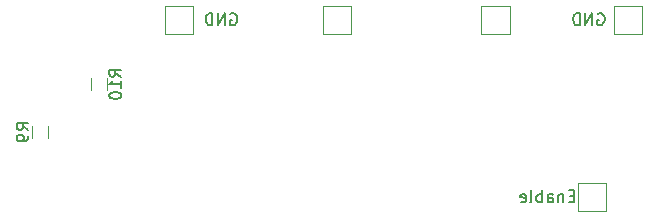
<source format=gbr>
G04 #@! TF.GenerationSoftware,KiCad,Pcbnew,(5.1.5)-3*
G04 #@! TF.CreationDate,2020-02-24T19:45:47-05:00*
G04 #@! TF.ProjectId,MiniiPS,4d696e69-6950-4532-9e6b-696361645f70,rev?*
G04 #@! TF.SameCoordinates,PX7641700PY5a995c0*
G04 #@! TF.FileFunction,Legend,Bot*
G04 #@! TF.FilePolarity,Positive*
%FSLAX46Y46*%
G04 Gerber Fmt 4.6, Leading zero omitted, Abs format (unit mm)*
G04 Created by KiCad (PCBNEW (5.1.5)-3) date 2020-02-24 19:45:47*
%MOMM*%
%LPD*%
G04 APERTURE LIST*
%ADD10C,0.120000*%
%ADD11C,0.150000*%
G04 APERTURE END LIST*
D10*
X8580000Y-7450000D02*
X8580000Y-6450000D01*
X7220000Y-6450000D02*
X7220000Y-7450000D01*
X3630000Y-11500000D02*
X3630000Y-10500000D01*
X2270000Y-10500000D02*
X2270000Y-11500000D01*
X51500000Y-300000D02*
X51500000Y-2700000D01*
X53900000Y-300000D02*
X51500000Y-300000D01*
X53900000Y-2700000D02*
X53900000Y-300000D01*
X51500000Y-2700000D02*
X53900000Y-2700000D01*
X40300000Y-300000D02*
X40300000Y-2700000D01*
X42700000Y-300000D02*
X40300000Y-300000D01*
X42700000Y-2700000D02*
X42700000Y-300000D01*
X40300000Y-2700000D02*
X42700000Y-2700000D01*
X26900000Y-300000D02*
X26900000Y-2700000D01*
X29300000Y-300000D02*
X26900000Y-300000D01*
X29300000Y-2700000D02*
X29300000Y-300000D01*
X26900000Y-2700000D02*
X29300000Y-2700000D01*
X48500000Y-15300000D02*
X48500000Y-17700000D01*
X50900000Y-15300000D02*
X48500000Y-15300000D01*
X50900000Y-17700000D02*
X50900000Y-15300000D01*
X48500000Y-17700000D02*
X50900000Y-17700000D01*
X13500000Y-300000D02*
X13500000Y-2700000D01*
X15900000Y-300000D02*
X13500000Y-300000D01*
X15900000Y-2700000D02*
X15900000Y-300000D01*
X13500000Y-2700000D02*
X15900000Y-2700000D01*
D11*
X9802380Y-6307142D02*
X9326190Y-5973809D01*
X9802380Y-5735714D02*
X8802380Y-5735714D01*
X8802380Y-6116666D01*
X8850000Y-6211904D01*
X8897619Y-6259523D01*
X8992857Y-6307142D01*
X9135714Y-6307142D01*
X9230952Y-6259523D01*
X9278571Y-6211904D01*
X9326190Y-6116666D01*
X9326190Y-5735714D01*
X9802380Y-7259523D02*
X9802380Y-6688095D01*
X9802380Y-6973809D02*
X8802380Y-6973809D01*
X8945238Y-6878571D01*
X9040476Y-6783333D01*
X9088095Y-6688095D01*
X8802380Y-7878571D02*
X8802380Y-7973809D01*
X8850000Y-8069047D01*
X8897619Y-8116666D01*
X8992857Y-8164285D01*
X9183333Y-8211904D01*
X9421428Y-8211904D01*
X9611904Y-8164285D01*
X9707142Y-8116666D01*
X9754761Y-8069047D01*
X9802380Y-7973809D01*
X9802380Y-7878571D01*
X9754761Y-7783333D01*
X9707142Y-7735714D01*
X9611904Y-7688095D01*
X9421428Y-7640476D01*
X9183333Y-7640476D01*
X8992857Y-7688095D01*
X8897619Y-7735714D01*
X8850000Y-7783333D01*
X8802380Y-7878571D01*
X1952380Y-10833333D02*
X1476190Y-10500000D01*
X1952380Y-10261904D02*
X952380Y-10261904D01*
X952380Y-10642857D01*
X1000000Y-10738095D01*
X1047619Y-10785714D01*
X1142857Y-10833333D01*
X1285714Y-10833333D01*
X1380952Y-10785714D01*
X1428571Y-10738095D01*
X1476190Y-10642857D01*
X1476190Y-10261904D01*
X1952380Y-11309523D02*
X1952380Y-11500000D01*
X1904761Y-11595238D01*
X1857142Y-11642857D01*
X1714285Y-11738095D01*
X1523809Y-11785714D01*
X1142857Y-11785714D01*
X1047619Y-11738095D01*
X1000000Y-11690476D01*
X952380Y-11595238D01*
X952380Y-11404761D01*
X1000000Y-11309523D01*
X1047619Y-11261904D01*
X1142857Y-11214285D01*
X1380952Y-11214285D01*
X1476190Y-11261904D01*
X1523809Y-11309523D01*
X1571428Y-11404761D01*
X1571428Y-11595238D01*
X1523809Y-11690476D01*
X1476190Y-11738095D01*
X1380952Y-11785714D01*
X50161904Y-1000000D02*
X50257142Y-952380D01*
X50400000Y-952380D01*
X50542857Y-1000000D01*
X50638095Y-1095238D01*
X50685714Y-1190476D01*
X50733333Y-1380952D01*
X50733333Y-1523809D01*
X50685714Y-1714285D01*
X50638095Y-1809523D01*
X50542857Y-1904761D01*
X50400000Y-1952380D01*
X50304761Y-1952380D01*
X50161904Y-1904761D01*
X50114285Y-1857142D01*
X50114285Y-1523809D01*
X50304761Y-1523809D01*
X49685714Y-1952380D02*
X49685714Y-952380D01*
X49114285Y-1952380D01*
X49114285Y-952380D01*
X48638095Y-1952380D02*
X48638095Y-952380D01*
X48400000Y-952380D01*
X48257142Y-1000000D01*
X48161904Y-1095238D01*
X48114285Y-1190476D01*
X48066666Y-1380952D01*
X48066666Y-1523809D01*
X48114285Y-1714285D01*
X48161904Y-1809523D01*
X48257142Y-1904761D01*
X48400000Y-1952380D01*
X48638095Y-1952380D01*
X48161904Y-16428571D02*
X47828571Y-16428571D01*
X47685714Y-16952380D02*
X48161904Y-16952380D01*
X48161904Y-15952380D01*
X47685714Y-15952380D01*
X47257142Y-16285714D02*
X47257142Y-16952380D01*
X47257142Y-16380952D02*
X47209523Y-16333333D01*
X47114285Y-16285714D01*
X46971428Y-16285714D01*
X46876190Y-16333333D01*
X46828571Y-16428571D01*
X46828571Y-16952380D01*
X45923809Y-16952380D02*
X45923809Y-16428571D01*
X45971428Y-16333333D01*
X46066666Y-16285714D01*
X46257142Y-16285714D01*
X46352380Y-16333333D01*
X45923809Y-16904761D02*
X46019047Y-16952380D01*
X46257142Y-16952380D01*
X46352380Y-16904761D01*
X46400000Y-16809523D01*
X46400000Y-16714285D01*
X46352380Y-16619047D01*
X46257142Y-16571428D01*
X46019047Y-16571428D01*
X45923809Y-16523809D01*
X45447619Y-16952380D02*
X45447619Y-15952380D01*
X45447619Y-16333333D02*
X45352380Y-16285714D01*
X45161904Y-16285714D01*
X45066666Y-16333333D01*
X45019047Y-16380952D01*
X44971428Y-16476190D01*
X44971428Y-16761904D01*
X45019047Y-16857142D01*
X45066666Y-16904761D01*
X45161904Y-16952380D01*
X45352380Y-16952380D01*
X45447619Y-16904761D01*
X44400000Y-16952380D02*
X44495238Y-16904761D01*
X44542857Y-16809523D01*
X44542857Y-15952380D01*
X43638095Y-16904761D02*
X43733333Y-16952380D01*
X43923809Y-16952380D01*
X44019047Y-16904761D01*
X44066666Y-16809523D01*
X44066666Y-16428571D01*
X44019047Y-16333333D01*
X43923809Y-16285714D01*
X43733333Y-16285714D01*
X43638095Y-16333333D01*
X43590476Y-16428571D01*
X43590476Y-16523809D01*
X44066666Y-16619047D01*
X19061904Y-1000000D02*
X19157142Y-952380D01*
X19300000Y-952380D01*
X19442857Y-1000000D01*
X19538095Y-1095238D01*
X19585714Y-1190476D01*
X19633333Y-1380952D01*
X19633333Y-1523809D01*
X19585714Y-1714285D01*
X19538095Y-1809523D01*
X19442857Y-1904761D01*
X19300000Y-1952380D01*
X19204761Y-1952380D01*
X19061904Y-1904761D01*
X19014285Y-1857142D01*
X19014285Y-1523809D01*
X19204761Y-1523809D01*
X18585714Y-1952380D02*
X18585714Y-952380D01*
X18014285Y-1952380D01*
X18014285Y-952380D01*
X17538095Y-1952380D02*
X17538095Y-952380D01*
X17300000Y-952380D01*
X17157142Y-1000000D01*
X17061904Y-1095238D01*
X17014285Y-1190476D01*
X16966666Y-1380952D01*
X16966666Y-1523809D01*
X17014285Y-1714285D01*
X17061904Y-1809523D01*
X17157142Y-1904761D01*
X17300000Y-1952380D01*
X17538095Y-1952380D01*
M02*

</source>
